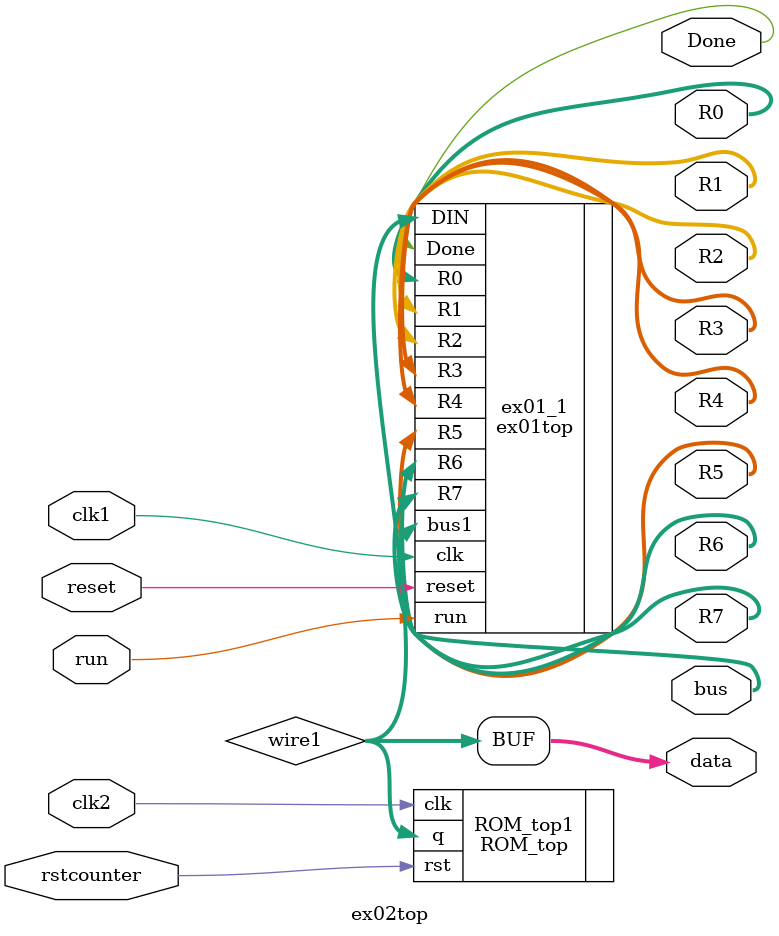
<source format=sv>
module ex02top (
	input logic clk1,
	input logic clk2,
	input logic rstcounter,
	input logic reset,
	input logic run,
	output logic [8:0] data,
	output logic [8:0] bus,
	output logic [8:0] R7, R6, R5, R4, R3, R2, R1, R0,
	output logic Done
);

	reg [8:0] wire1;
	assign data = wire1; 

	ex01top ex01_1 (
		.clk (clk1),
		.reset (reset),
		.run (run),
		.DIN (wire1),
		.bus1 (bus),
		.R7 (R7),
		.R6 (R6),
		.R5 (R5),
		.R4 (R4),
		.R3 (R3),
		.R2 (R2),
		.R1 (R1),
		.R0 (R0),
		.Done (Done)
	);

	ROM_top ROM_top1 (
		.clk (clk2),
		.rst (rstcounter),
		.q (wire1)
	);

endmodule : ex02top

</source>
